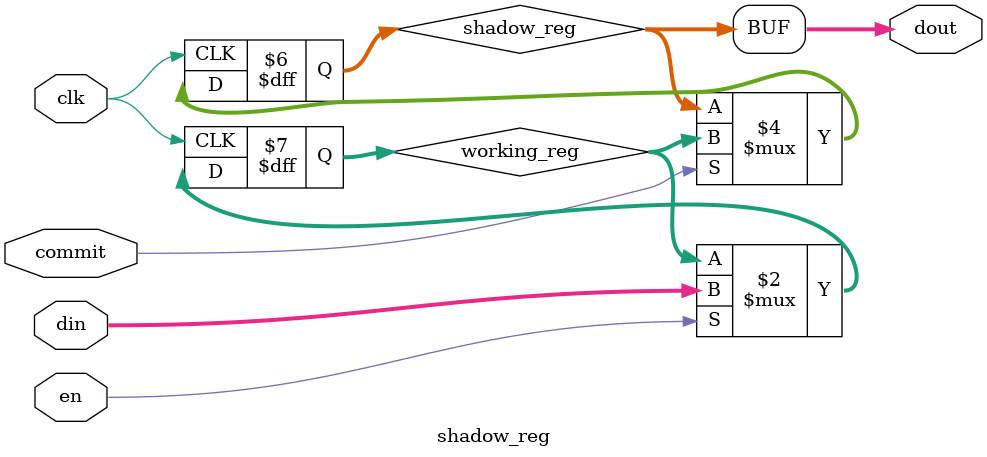
<source format=sv>
module shadow_reg #(parameter DW=16) (
    input clk, en, commit,
    input [DW-1:0] din,
    output [DW-1:0] dout
);
    reg [DW-1:0] working_reg, shadow_reg;
    
    always @(posedge clk) begin
        if(en) working_reg <= din;
        if(commit) shadow_reg <= working_reg;
    end
    assign dout = shadow_reg;
endmodule

</source>
